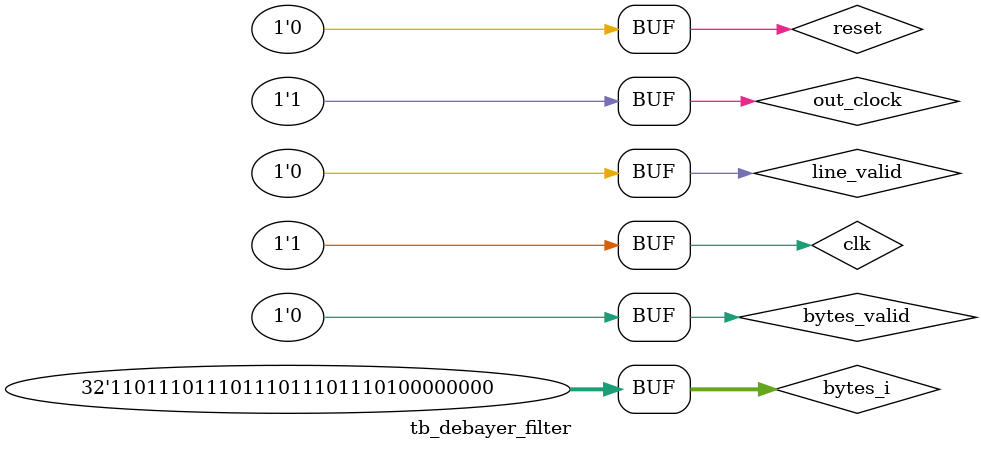
<source format=v>
`timescale 1ns/1ns

module tb_debayer_filter();
	reg clk;
	reg reset;
	reg line_valid;
	wire [39:0]bytes_o;
	wire unpacked_valid;
	wire [119:0]rgb_output;
	wire output_valid;
	wire [63:0] yuv_data;
	wire is_yuv_valid;
	
	wire [31:0]data_out;
	wire lsync_out;
	reg out_clock;
wire reset_g;
GSR GSR_INST (.GSR (reset_g));
PUR PUR_INST (.PUR (reset_g)); 

debayer_filter ins1(	.clk_i(clk),
						.reset_i(reset),
						.line_valid_i(line_valid),
						.data_i(bytes_o),
						.data_valid_i(unpacked_valid),
						.output_valid_o(output_valid),
						.output_o(rgb_output));

rgb_to_yuv rgb_to_yuv1(.clk_i(clk),
					   .reset_i(reset),
					   .rgb_i(rgb_output),
					   .rgb_valid_i(output_valid),
					   .yuv_o(yuv_data),
					   .yuv_valid_o(is_yuv_valid));

output_reformatter out_reformat1(.clk_i(clk),
								 .output_clk_i(out_clock),
								 .data_i(yuv_data),
								 .data_in_valid_i(is_yuv_valid),
								 .output_o(data_out),
								 .output_valid_o(lsync_out));
								 
reg bytes_valid;
reg  [31:0]bytes_i;
wire synced;



mipi_rx_raw10_depacker ins2(	.clk_i(clk),
						.data_valid_i(bytes_valid),
						.data_i(bytes_i),
						.output_valid_o(unpacked_valid),
						.output_o(bytes_o));

task sendbytes;
	input [31:0]bytes;
	begin
	bytes_i = bytes;
	clk = 1'b0;
	out_clock = 1'b0;
	#10
	out_clock = 1'b1;
	#10
	out_clock = 1'b0;
	clk = 1'b1;
	#10
	out_clock = 1'b1;
	#10;
	end
endtask

initial begin
		clk = 1'b0;
		out_clock = 1'b0;
		line_valid = 1'h0;
		bytes_valid = 4'h0;
		reset = 1'h1;
		sendbytes(32'h0);
		reset = 1'h0;
		#50
		sendbytes(32'h0);
		sendbytes(32'h0);
			sendbytes(32'h00000000);
		sendbytes(32'h00000000);
		sendbytes(32'h00000000);
		sendbytes(32'h00000000);
		sendbytes(32'h00000000);
		sendbytes(32'h00000000);
		sendbytes(32'h00000000);
		bytes_valid = 1'h1;
		line_valid = 1'h1;
		sendbytes(32'h12345678);
		sendbytes(32'h00BCDEF0);
		sendbytes(32'h12005678);
		sendbytes(32'h9ABC00F0);
		sendbytes(32'hBBBBBB00);
		
		sendbytes(32'h12345678);
		sendbytes(32'h00BCDEF0);
		sendbytes(32'h12005678);
		sendbytes(32'h9ABC00F0);
		sendbytes(32'hAAAAAA00);
		
		sendbytes(32'h12345678);
		sendbytes(32'h00BCDEF0);
		sendbytes(32'h12005678);
		sendbytes(32'h9ABC00F0);
		sendbytes(32'hDDDDDD00);		
		bytes_valid = 1'h0;
		line_valid = 1'h0;
		sendbytes(32'h00000000);
		sendbytes(32'h00000000);
		sendbytes(32'h00000000);
		sendbytes(32'h00000000);
		sendbytes(32'h00000000);
		sendbytes(32'h00000000);
		sendbytes(32'h00000000);
		sendbytes(32'h00000000);
				
		sendbytes(32'h0);
		sendbytes(32'h0);
		bytes_valid = 1'h1;
		line_valid = 1'h1;
		sendbytes(32'h12345678);
		sendbytes(32'h00BCDEF0);
		sendbytes(32'h12005678);
		sendbytes(32'h9ABC00F0);
		sendbytes(32'hBBBBBB00);
		
		sendbytes(32'h12345678);
		sendbytes(32'h00BCDEF0);
		sendbytes(32'h12005678);
		sendbytes(32'h9ABC00F0);
		sendbytes(32'hAAAAAA00);
		
		sendbytes(32'h12345678);
		sendbytes(32'h00BCDEF0);
		sendbytes(32'h12005678);
		sendbytes(32'h9ABC00F0);
		sendbytes(32'hDDDDDD00);		
		bytes_valid = 1'h0;
		line_valid = 1'h0;
		
				sendbytes(32'h00000000);
		sendbytes(32'h00000000);
		sendbytes(32'h00000000);
		sendbytes(32'h00000000);
		sendbytes(32'h00000000);
		sendbytes(32'h00000000);
		sendbytes(32'h00000000);
		sendbytes(32'h00000000);
				sendbytes(32'h0);
		sendbytes(32'h0);
		bytes_valid = 1'h1;
		line_valid = 1'h1;
		sendbytes(32'h12345678);
		sendbytes(32'h00BCDEF0);
		sendbytes(32'h12005678);
		sendbytes(32'h9ABC00F0);
		sendbytes(32'hBBBBBB00);
		
		sendbytes(32'h12345678);
		sendbytes(32'h00BCDEF0);
		sendbytes(32'h12005678);
		sendbytes(32'h9ABC00F0);
		sendbytes(32'hAAAAAA00);
		
		sendbytes(32'h12345678);
		sendbytes(32'h00BCDEF0);
		sendbytes(32'h12005678);
		sendbytes(32'h9ABC00F0);
		sendbytes(32'hDDDDDD00);		
		bytes_valid = 1'h0;
		line_valid = 1'h0;
		
		
						sendbytes(32'h00000000);
		sendbytes(32'h00000000);
		sendbytes(32'h00000000);
		sendbytes(32'h00000000);
		sendbytes(32'h00000000);
		sendbytes(32'h00000000);
		sendbytes(32'h00000000);
		sendbytes(32'h00000000);
				sendbytes(32'h0);
		sendbytes(32'h0);
		bytes_valid = 1'h1;
		line_valid = 1'h1;
		sendbytes(32'h12345678);
		sendbytes(32'h00BCDEF0);
		sendbytes(32'h12005678);
		sendbytes(32'h9ABC00F0);
		sendbytes(32'hBBBBBB00);
		
		sendbytes(32'h12345678);
		sendbytes(32'h00BCDEF0);
		sendbytes(32'h12005678);
		sendbytes(32'h9ABC00F0);
		sendbytes(32'hAAAAAA00);
		
		sendbytes(32'h12345678);
		sendbytes(32'h00BCDEF0);
		sendbytes(32'h12005678);
		sendbytes(32'h9ABC00F0);
		sendbytes(32'hDDDDDD00);		
		bytes_valid = 1'h0;
		line_valid = 1'h0;
		
						sendbytes(32'h00000000);
		sendbytes(32'h00000000);
		sendbytes(32'h00000000);
		sendbytes(32'h00000000);
		sendbytes(32'h00000000);
		sendbytes(32'h00000000);
		sendbytes(32'h00000000);
		sendbytes(32'h00000000);
				sendbytes(32'h0);
		sendbytes(32'h0);
		bytes_valid = 1'h1;
		line_valid = 1'h1;
		sendbytes(32'h12345678);
		sendbytes(32'h00BCDEF0);
		sendbytes(32'h12005678);
		sendbytes(32'h9ABC00F0);
		sendbytes(32'hBBBBBB00);
		
		sendbytes(32'h12345678);
		sendbytes(32'h00BCDEF0);
		sendbytes(32'h12005678);
		sendbytes(32'h9ABC00F0);
		sendbytes(32'hAAAAAA00);
		
		sendbytes(32'h12345678);
		sendbytes(32'h00BCDEF0);
		sendbytes(32'h12005678);
		sendbytes(32'h9ABC00F0);
		sendbytes(32'hDDDDDD00);		
		bytes_valid = 1'h0;
		line_valid = 1'h0;
		
								sendbytes(32'h00000000);
		sendbytes(32'h00000000);
		sendbytes(32'h00000000);
		sendbytes(32'h00000000);
		sendbytes(32'h00000000);
		sendbytes(32'h00000000);
		sendbytes(32'h00000000);
		sendbytes(32'h00000000);
				sendbytes(32'h0);
		sendbytes(32'h0);
		bytes_valid = 1'h1;
		line_valid = 1'h1;
		sendbytes(32'h12345678);
		sendbytes(32'h00BCDEF0);
		sendbytes(32'h12005678);
		sendbytes(32'h9ABC00F0);
		sendbytes(32'hBBBBBB00);
		
		sendbytes(32'h12345678);
		sendbytes(32'h00BCDEF0);
		sendbytes(32'h12005678);
		sendbytes(32'h9ABC00F0);
		sendbytes(32'hAAAAAA00);
		
		sendbytes(32'h12345678);
		sendbytes(32'h00BCDEF0);
		sendbytes(32'h12005678);
		sendbytes(32'h9ABC00F0);
		sendbytes(32'hDDDDDD00);		
		bytes_valid = 1'h0;
		line_valid = 1'h0;
		
								sendbytes(32'h00000000);
		sendbytes(32'h00000000);
		sendbytes(32'h00000000);
		sendbytes(32'h00000000);
		sendbytes(32'h00000000);
		sendbytes(32'h00000000);
		sendbytes(32'h00000000);
		sendbytes(32'h00000000);
				sendbytes(32'h0);
		sendbytes(32'h0);
		bytes_valid = 1'h1;
		line_valid = 1'h1;
		sendbytes(32'h12345678);
		sendbytes(32'h00BCDEF0);
		sendbytes(32'h12005678);
		sendbytes(32'h9ABC00F0);
		sendbytes(32'hBBBBBB00);
		
		sendbytes(32'h12345678);
		sendbytes(32'h00BCDEF0);
		sendbytes(32'h12005678);
		sendbytes(32'h9ABC00F0);
		sendbytes(32'hAAAAAA00);
		
		sendbytes(32'h12345678);
		sendbytes(32'h00BCDEF0);
		sendbytes(32'h12005678);
		sendbytes(32'h9ABC00F0);
		sendbytes(32'hDDDDDD00);		
		bytes_valid = 1'h0;
		line_valid = 1'h0;
		
end
	
endmodule 
</source>
